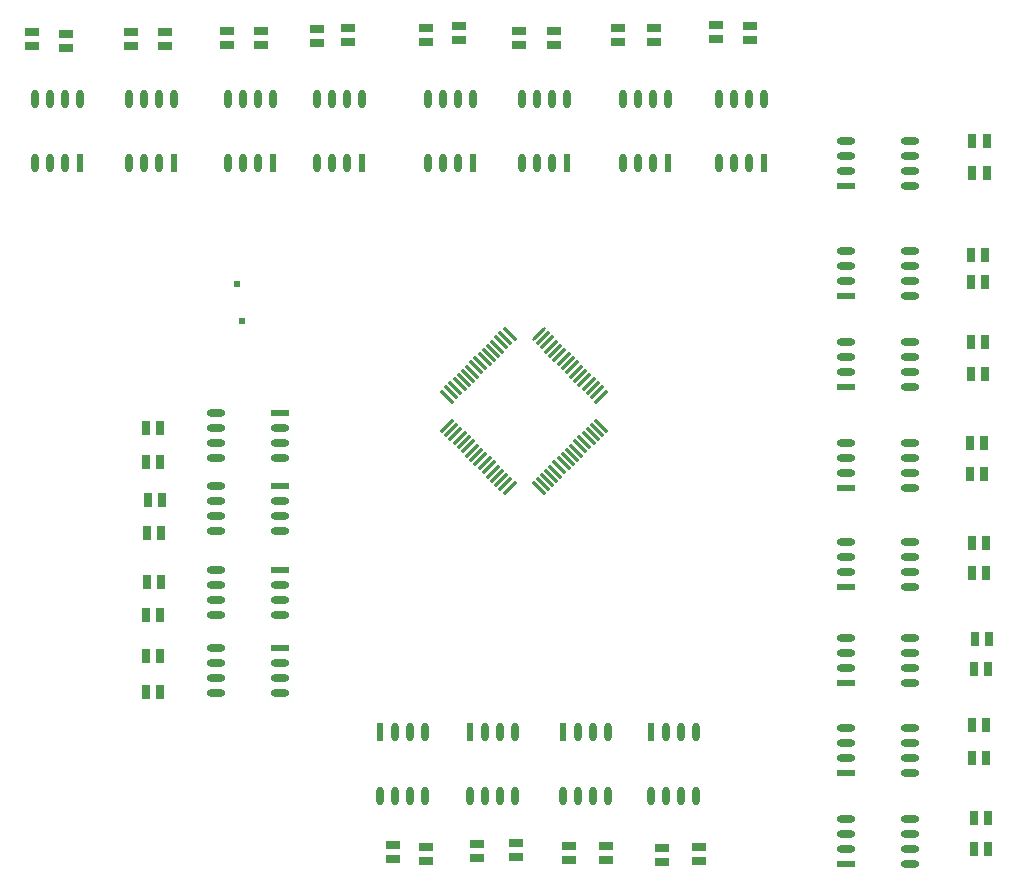
<source format=gtp>
G04*
G04 #@! TF.GenerationSoftware,Altium Limited,Altium Designer,19.1.5 (86)*
G04*
G04 Layer_Color=8421504*
%FSLAX25Y25*%
%MOIN*%
G70*
G01*
G75*
%ADD13R,0.05118X0.02756*%
%ADD14R,0.02756X0.05118*%
%ADD15R,0.02362X0.06102*%
%ADD16O,0.02362X0.06102*%
%ADD17R,0.06102X0.02362*%
%ADD18O,0.06102X0.02362*%
G04:AMPARAMS|DCode=19|XSize=9.84mil|YSize=61.02mil|CornerRadius=0mil|HoleSize=0mil|Usage=FLASHONLY|Rotation=225.000|XOffset=0mil|YOffset=0mil|HoleType=Round|Shape=Rectangle|*
%AMROTATEDRECTD19*
4,1,4,-0.01810,0.02506,0.02506,-0.01810,0.01810,-0.02506,-0.02506,0.01810,-0.01810,0.02506,0.0*
%
%ADD19ROTATEDRECTD19*%

G04:AMPARAMS|DCode=20|XSize=9.84mil|YSize=61.02mil|CornerRadius=0mil|HoleSize=0mil|Usage=FLASHONLY|Rotation=135.000|XOffset=0mil|YOffset=0mil|HoleType=Round|Shape=Rectangle|*
%AMROTATEDRECTD20*
4,1,4,0.02506,0.01810,-0.01810,-0.02506,-0.02506,-0.01810,0.01810,0.02506,0.02506,0.01810,0.0*
%
%ADD20ROTATEDRECTD20*%

G04:AMPARAMS|DCode=21|XSize=9.84mil|YSize=61.02mil|CornerRadius=0mil|HoleSize=0mil|Usage=FLASHONLY|Rotation=135.000|XOffset=0mil|YOffset=0mil|HoleType=Round|Shape=Round|*
%AMOVALD21*
21,1,0.05118,0.00984,0.00000,0.00000,225.0*
1,1,0.00984,0.01810,0.01810*
1,1,0.00984,-0.01810,-0.01810*
%
%ADD21OVALD21*%

%ADD22R,0.02362X0.01968*%
D13*
X159306Y383138D02*
D03*
Y387862D02*
D03*
X263806Y114362D02*
D03*
Y109638D02*
D03*
X118806Y382138D02*
D03*
Y386862D02*
D03*
X185306Y383138D02*
D03*
Y387862D02*
D03*
X216305Y382138D02*
D03*
Y386862D02*
D03*
X196306Y383638D02*
D03*
Y388362D02*
D03*
X293305Y383638D02*
D03*
Y388362D02*
D03*
X249306Y383138D02*
D03*
Y387862D02*
D03*
X261305Y383138D02*
D03*
Y387862D02*
D03*
X227805Y382138D02*
D03*
Y386862D02*
D03*
X53806Y381638D02*
D03*
Y386362D02*
D03*
X281805Y384138D02*
D03*
Y388862D02*
D03*
X65306Y381138D02*
D03*
Y385862D02*
D03*
X130306Y382138D02*
D03*
Y386862D02*
D03*
X148805Y382638D02*
D03*
Y387362D02*
D03*
X98305Y381638D02*
D03*
Y386362D02*
D03*
X86805Y381638D02*
D03*
Y386362D02*
D03*
X276306Y114862D02*
D03*
Y110138D02*
D03*
X245305Y115000D02*
D03*
Y110276D02*
D03*
X215305Y116000D02*
D03*
Y111276D02*
D03*
X185306Y114862D02*
D03*
Y110138D02*
D03*
X232805Y115000D02*
D03*
Y110276D02*
D03*
X202306Y115862D02*
D03*
Y111138D02*
D03*
X174305Y115500D02*
D03*
Y110776D02*
D03*
D14*
X96668Y243000D02*
D03*
X91943D02*
D03*
X96530Y254500D02*
D03*
X91805D02*
D03*
X367806Y114000D02*
D03*
X372530D02*
D03*
X96806Y219500D02*
D03*
X92081D02*
D03*
X97168Y230500D02*
D03*
X92443D02*
D03*
X96668Y192000D02*
D03*
X91943D02*
D03*
X96806Y203000D02*
D03*
X92081D02*
D03*
X368081Y184000D02*
D03*
X372806D02*
D03*
X367081Y206000D02*
D03*
X371806D02*
D03*
X367081Y216000D02*
D03*
X371806D02*
D03*
X367219Y144500D02*
D03*
X371943D02*
D03*
X367719Y174000D02*
D03*
X372443D02*
D03*
X366443Y239000D02*
D03*
X371168D02*
D03*
X366943Y283000D02*
D03*
X371668D02*
D03*
X366943Y312000D02*
D03*
X371668D02*
D03*
X367806Y124500D02*
D03*
X372530D02*
D03*
X367081Y155500D02*
D03*
X371806D02*
D03*
X366443Y249500D02*
D03*
X371168D02*
D03*
X366943Y272500D02*
D03*
X371668D02*
D03*
X366943Y303000D02*
D03*
X371668D02*
D03*
X367305Y339500D02*
D03*
X372030D02*
D03*
X367305Y350000D02*
D03*
X372030D02*
D03*
X96668Y178276D02*
D03*
X91943D02*
D03*
X96668Y166500D02*
D03*
X91943D02*
D03*
D15*
X69806Y342740D02*
D03*
X169806Y153000D02*
D03*
X199805D02*
D03*
X230805D02*
D03*
X260306D02*
D03*
X232306Y342740D02*
D03*
X200805D02*
D03*
X163805D02*
D03*
X134306D02*
D03*
X297806D02*
D03*
X265806D02*
D03*
X101305D02*
D03*
D16*
X64806D02*
D03*
X59806D02*
D03*
X54805D02*
D03*
X69806Y364000D02*
D03*
X64806D02*
D03*
X59806D02*
D03*
X54805D02*
D03*
X174805Y153000D02*
D03*
X179806D02*
D03*
X184806D02*
D03*
X169806Y131740D02*
D03*
X174805D02*
D03*
X179806D02*
D03*
X184806D02*
D03*
X204805Y153000D02*
D03*
X209805D02*
D03*
X214806D02*
D03*
X199805Y131740D02*
D03*
X204805D02*
D03*
X209805D02*
D03*
X214806D02*
D03*
X235806Y153000D02*
D03*
X240806D02*
D03*
X245806D02*
D03*
X230805Y131740D02*
D03*
X235806D02*
D03*
X240806D02*
D03*
X245806D02*
D03*
X265305Y153000D02*
D03*
X270305D02*
D03*
X275306D02*
D03*
X260306Y131740D02*
D03*
X265305D02*
D03*
X270305D02*
D03*
X275306D02*
D03*
X227306Y342740D02*
D03*
X222305D02*
D03*
X217305D02*
D03*
X232306Y364000D02*
D03*
X227306D02*
D03*
X222305D02*
D03*
X217305D02*
D03*
X195806Y342740D02*
D03*
X190805D02*
D03*
X185805D02*
D03*
X200805Y364000D02*
D03*
X195806D02*
D03*
X190805D02*
D03*
X185805D02*
D03*
X158806Y342740D02*
D03*
X153805D02*
D03*
X148805D02*
D03*
X163805Y364000D02*
D03*
X158806D02*
D03*
X153805D02*
D03*
X148805D02*
D03*
X129306Y342740D02*
D03*
X124305D02*
D03*
X119306D02*
D03*
X134306Y364000D02*
D03*
X129306D02*
D03*
X124305D02*
D03*
X119306D02*
D03*
X292806Y342740D02*
D03*
X287806D02*
D03*
X282805D02*
D03*
X297806Y364000D02*
D03*
X292806D02*
D03*
X287806D02*
D03*
X282805D02*
D03*
X260806Y342740D02*
D03*
X255805D02*
D03*
X250805D02*
D03*
X265806Y364000D02*
D03*
X260806D02*
D03*
X255805D02*
D03*
X250805D02*
D03*
X96306Y342740D02*
D03*
X91306D02*
D03*
X86305D02*
D03*
X101305Y364000D02*
D03*
X96306D02*
D03*
X91306D02*
D03*
X86305D02*
D03*
D17*
X136565Y259500D02*
D03*
Y207000D02*
D03*
Y181000D02*
D03*
X325306Y109000D02*
D03*
Y139500D02*
D03*
Y169500D02*
D03*
Y201500D02*
D03*
Y234500D02*
D03*
Y268000D02*
D03*
Y298500D02*
D03*
Y335000D02*
D03*
X136565Y235000D02*
D03*
D18*
Y254500D02*
D03*
Y249500D02*
D03*
Y244500D02*
D03*
X115305Y259500D02*
D03*
Y254500D02*
D03*
Y249500D02*
D03*
Y244500D02*
D03*
X136565Y202000D02*
D03*
Y197000D02*
D03*
Y192000D02*
D03*
X115305Y207000D02*
D03*
Y202000D02*
D03*
Y197000D02*
D03*
Y192000D02*
D03*
X136565Y176000D02*
D03*
Y171000D02*
D03*
Y166000D02*
D03*
X115305Y181000D02*
D03*
Y176000D02*
D03*
Y171000D02*
D03*
Y166000D02*
D03*
X325306Y114000D02*
D03*
Y119000D02*
D03*
Y124000D02*
D03*
X346565Y109000D02*
D03*
Y114000D02*
D03*
Y119000D02*
D03*
Y124000D02*
D03*
X325306Y144500D02*
D03*
Y149500D02*
D03*
Y154500D02*
D03*
X346565Y139500D02*
D03*
Y144500D02*
D03*
Y149500D02*
D03*
Y154500D02*
D03*
X325306Y174500D02*
D03*
Y179500D02*
D03*
Y184500D02*
D03*
X346565Y169500D02*
D03*
Y174500D02*
D03*
Y179500D02*
D03*
Y184500D02*
D03*
X325306Y206500D02*
D03*
Y211500D02*
D03*
Y216500D02*
D03*
X346565Y201500D02*
D03*
Y206500D02*
D03*
Y211500D02*
D03*
Y216500D02*
D03*
X325306Y239500D02*
D03*
Y244500D02*
D03*
Y249500D02*
D03*
X346565Y234500D02*
D03*
Y239500D02*
D03*
Y244500D02*
D03*
Y249500D02*
D03*
X325306Y273000D02*
D03*
Y278000D02*
D03*
Y283000D02*
D03*
X346565Y268000D02*
D03*
Y273000D02*
D03*
Y278000D02*
D03*
Y283000D02*
D03*
X325306Y303500D02*
D03*
Y308500D02*
D03*
Y313500D02*
D03*
X346565Y298500D02*
D03*
Y303500D02*
D03*
Y308500D02*
D03*
Y313500D02*
D03*
X325306Y340000D02*
D03*
Y345000D02*
D03*
Y350000D02*
D03*
X346565Y335000D02*
D03*
Y340000D02*
D03*
Y345000D02*
D03*
Y350000D02*
D03*
X136565Y230000D02*
D03*
Y225000D02*
D03*
Y220000D02*
D03*
X115305Y235000D02*
D03*
Y230000D02*
D03*
Y225000D02*
D03*
Y220000D02*
D03*
D19*
X213049Y285744D02*
D03*
X211657Y284352D02*
D03*
X210265Y282960D02*
D03*
X208873Y281568D02*
D03*
X207481Y280176D02*
D03*
X206089Y278784D02*
D03*
X204697Y277392D02*
D03*
X203306Y276000D02*
D03*
X201914Y274608D02*
D03*
X200522Y273216D02*
D03*
X199130Y271824D02*
D03*
X197738Y270432D02*
D03*
X196346Y269040D02*
D03*
X194954Y267648D02*
D03*
X193562Y266256D02*
D03*
X192170Y264864D02*
D03*
X222681Y234353D02*
D03*
X224073Y235745D02*
D03*
X225465Y237137D02*
D03*
X226857Y238529D02*
D03*
X228249Y239921D02*
D03*
X229641Y241313D02*
D03*
X231033Y242705D02*
D03*
X232425Y244097D02*
D03*
X233817Y245489D02*
D03*
X235209Y246881D02*
D03*
X236601Y248273D02*
D03*
X237993Y249664D02*
D03*
X239385Y251056D02*
D03*
X240776Y252448D02*
D03*
X242168Y253840D02*
D03*
X243560Y255232D02*
D03*
D20*
X192170D02*
D03*
X193562Y253840D02*
D03*
X194954Y252448D02*
D03*
X196346Y251056D02*
D03*
X197738Y249664D02*
D03*
X199130Y248273D02*
D03*
X200522Y246881D02*
D03*
X201914Y245489D02*
D03*
X203306Y244097D02*
D03*
X204697Y242705D02*
D03*
X206089Y241313D02*
D03*
X207481Y239921D02*
D03*
X208873Y238529D02*
D03*
X210265Y237137D02*
D03*
X211657Y235745D02*
D03*
X213049Y234353D02*
D03*
X243560Y264864D02*
D03*
X242168Y266256D02*
D03*
X240776Y267648D02*
D03*
X239385Y269040D02*
D03*
X237993Y270432D02*
D03*
X236601Y271824D02*
D03*
X235209Y273216D02*
D03*
X233817Y274608D02*
D03*
X232425Y276000D02*
D03*
X231033Y277392D02*
D03*
X229641Y278784D02*
D03*
X228249Y280176D02*
D03*
X226857Y281568D02*
D03*
X225465Y282960D02*
D03*
X224073Y284352D02*
D03*
D21*
X222681Y285744D02*
D03*
D22*
X122306Y302500D02*
D03*
X123805Y290000D02*
D03*
M02*

</source>
